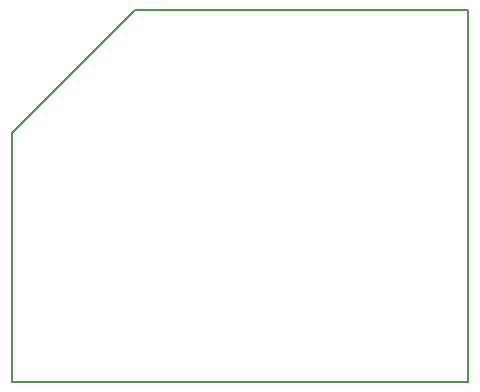
<source format=gbr>
G04 #@! TF.GenerationSoftware,KiCad,Pcbnew,5.0.2+dfsg1-1*
G04 #@! TF.CreationDate,2019-12-16T19:27:10+01:00*
G04 #@! TF.ProjectId,carte-radio-raspberry,63617274-652d-4726-9164-696f2d726173,rev?*
G04 #@! TF.SameCoordinates,PX8480690PY3262700*
G04 #@! TF.FileFunction,Profile,NP*
%FSLAX46Y46*%
G04 Gerber Fmt 4.6, Leading zero omitted, Abs format (unit mm)*
G04 Created by KiCad (PCBNEW 5.0.2+dfsg1-1) date lun. 16 déc. 2019 19:27:10 CET*
%MOMM*%
%LPD*%
G01*
G04 APERTURE LIST*
%ADD10C,0.150000*%
G04 APERTURE END LIST*
D10*
X-35560000Y-7366000D02*
X-35560000Y-28448000D01*
X-25146000Y3048000D02*
X-35560000Y-7366000D01*
X3048000Y3048000D02*
X-25146000Y3048000D01*
X3048000Y-28448000D02*
X3048000Y3048000D01*
X-35560000Y-28448000D02*
X3048000Y-28448000D01*
M02*

</source>
